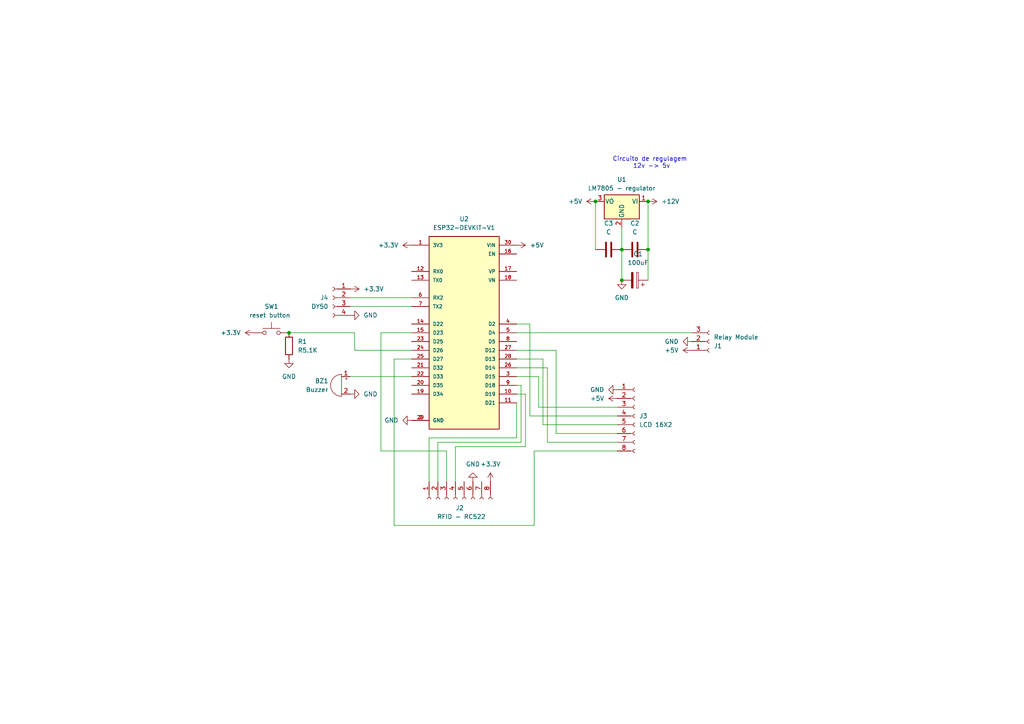
<source format=kicad_sch>
(kicad_sch (version 20231120) (generator "eeschema") (generator_version "8.0")
  (paper "A4")
  (lib_symbols
    (symbol "Conn_01x08_Socket_1" (pin_names (offset 1.016) hide)
      (property "Reference" "J3" (at 1.27 0.0001 0))
      (property "Value" " RFID - RC522" (at 1.27 -2.5399 0))
      (symbol "Conn_01x08_Socket_1_1_1"
        (arc (start 0 -9.652) (mid -0.5058 -10.16) (end 0 -10.668) (stroke (width 0.1524)))
        (arc (start 0 -7.112) (mid -0.5058 -7.62) (end 0 -8.128) (stroke (width 0.1524)))
        (arc (start 0 -4.572) (mid -0.5058 -5.08) (end 0 -5.588) (stroke (width 0.1524)))
        (arc (start 0 -2.032) (mid -0.5058 -2.54) (end 0 -3.048) (stroke (width 0.1524)))
        (polyline (pts (xy -1.27 -10.16) (xy -0.508 -10.16)) (stroke (width 0.1524)))
        (polyline (pts (xy -1.27 -7.62) (xy -0.508 -7.62)) (stroke (width 0.1524)))
        (polyline (pts (xy -1.27 -5.08) (xy -0.508 -5.08)) (stroke (width 0.1524)))
        (polyline (pts (xy -1.27 -2.54) (xy -0.508 -2.54)) (stroke (width 0.1524)))
        (polyline (pts (xy -1.27 0) (xy -0.508 0)) (stroke (width 0.1524)))
        (polyline (pts (xy -1.27 2.54) (xy -0.508 2.54)) (stroke (width 0.1524)))
        (polyline (pts (xy -1.27 5.08) (xy -0.508 5.08)) (stroke (width 0.1524)))
        (polyline (pts (xy -1.27 7.62) (xy -0.508 7.62)) (stroke (width 0.1524)))
        (arc (start 0 0.508) (mid -0.5058 0) (end 0 -0.508) (stroke (width 0.1524)))
        (arc (start 0 3.048) (mid -0.5058 2.54) (end 0 2.032) (stroke (width 0.1524)))
        (arc (start 0 5.588) (mid -0.5058 5.08) (end 0 4.572) (stroke (width 0.1524)))
        (arc (start 0 8.128) (mid -0.5058 7.62) (end 0 7.112) (stroke (width 0.1524)))
        (pin power_in line (at -5.08 7.62 0) (length 3.81) (name "VSS(GND)") (number "1"))
        (pin power_in line (at -5.08 5.08 0) (length 3.81) (name "VDD(5V)") (number "2"))
        (pin input line (at -5.08 2.54 0) (length 3.81) (name "RS") (number "3"))
        (pin input line (at -5.08 0 0) (length 3.81) (name "E") (number "4"))
        (pin input line (at -5.08 -2.54 0) (length 3.81) (name "D4") (number "5"))
        (pin input line (at -5.08 -5.08 0) (length 3.81) (name "D5") (number "6"))
        (pin input line (at -5.08 -7.62 0) (length 3.81) (name "D6") (number "7"))
        (pin input line (at -5.08 -10.16 0) (length 3.81) (name "D7") (number "8"))
      )
    )
    (symbol "Connector:Conn_01x03_Socket" (pin_names (offset 1.016) hide)
      (property "Reference" "J1" (at 1.27 1.2701 0))
      (property "Value" "Relay Module" (at 1.27 -1.2699 0))
      (symbol "Conn_01x03_Socket_1_1"
        (arc (start 0 -2.032) (mid -0.5058 -2.54) (end 0 -3.048) (stroke (width 0.1524)))
        (polyline (pts (xy -1.27 -2.54) (xy -0.508 -2.54)) (stroke (width 0.1524)))
        (polyline (pts (xy -1.27 0) (xy -0.508 0)) (stroke (width 0.1524)))
        (polyline (pts (xy -1.27 2.54) (xy -0.508 2.54)) (stroke (width 0.1524)))
        (arc (start 0 0.508) (mid -0.5058 0) (end 0 -0.508) (stroke (width 0.1524)))
        (arc (start 0 3.048) (mid -0.5058 2.54) (end 0 2.032) (stroke (width 0.1524)))
        (pin power_in line (at -5.08 2.54 0) (length 3.81) (name "5V") (number "1"))
        (pin power_in line (at -5.08 0 0) (length 3.81) (name "GND") (number "2"))
        (pin input line (at -5.08 -2.54 0) (length 3.81) (name "IN") (number "3"))
      )
    )
    (symbol "Connector:Conn_01x04_Socket" (pin_names (offset 1.016) hide)
      (property "Reference" "J4" (at 1.27 0.0001 0))
      (property "Value" "DY50" (at 1.27 -2.5399 0))
      (symbol "Conn_01x04_Socket_1_1"
        (arc (start 0 -4.572) (mid -0.5058 -5.08) (end 0 -5.588) (stroke (width 0.1524)))
        (arc (start 0 -2.032) (mid -0.5058 -2.54) (end 0 -3.048) (stroke (width 0.1524)))
        (polyline (pts (xy -1.27 -5.08) (xy -0.508 -5.08)) (stroke (width 0.1524)))
        (polyline (pts (xy -1.27 -2.54) (xy -0.508 -2.54)) (stroke (width 0.1524)))
        (polyline (pts (xy -1.27 0) (xy -0.508 0)) (stroke (width 0.1524)))
        (polyline (pts (xy -1.27 2.54) (xy -0.508 2.54)) (stroke (width 0.1524)))
        (arc (start 0 0.508) (mid -0.5058 0) (end 0 -0.508) (stroke (width 0.1524)))
        (arc (start 0 3.048) (mid -0.5058 2.54) (end 0 2.032) (stroke (width 0.1524)))
        (pin power_in line (at -5.08 2.54 0) (length 3.81) (name "3.3V") (number "1"))
        (pin input line (at -5.08 0 0) (length 3.81) (name "TX") (number "2"))
        (pin input line (at -5.08 -2.54 0) (length 3.81) (name "RX") (number "3"))
        (pin power_in line (at -5.08 -5.08 0) (length 3.81) (name "GND") (number "4"))
      )
    )
    (symbol "Connector:Conn_01x08_Socket" (pin_names (offset 1.016) hide)
      (property "Reference" "J2" (at 1.27 0.0001 0))
      (property "Value" " RFID - RC522" (at 1.27 -2.5399 0))
      (symbol "Conn_01x08_Socket_1_1"
        (arc (start 0 -9.652) (mid -0.5058 -10.16) (end 0 -10.668) (stroke (width 0.1524)))
        (arc (start 0 -7.112) (mid -0.5058 -7.62) (end 0 -8.128) (stroke (width 0.1524)))
        (arc (start 0 -4.572) (mid -0.5058 -5.08) (end 0 -5.588) (stroke (width 0.1524)))
        (arc (start 0 -2.032) (mid -0.5058 -2.54) (end 0 -3.048) (stroke (width 0.1524)))
        (polyline (pts (xy -1.27 -10.16) (xy -0.508 -10.16)) (stroke (width 0.1524)))
        (polyline (pts (xy -1.27 -7.62) (xy -0.508 -7.62)) (stroke (width 0.1524)))
        (polyline (pts (xy -1.27 -5.08) (xy -0.508 -5.08)) (stroke (width 0.1524)))
        (polyline (pts (xy -1.27 -2.54) (xy -0.508 -2.54)) (stroke (width 0.1524)))
        (polyline (pts (xy -1.27 0) (xy -0.508 0)) (stroke (width 0.1524)))
        (polyline (pts (xy -1.27 2.54) (xy -0.508 2.54)) (stroke (width 0.1524)))
        (polyline (pts (xy -1.27 5.08) (xy -0.508 5.08)) (stroke (width 0.1524)))
        (polyline (pts (xy -1.27 7.62) (xy -0.508 7.62)) (stroke (width 0.1524)))
        (arc (start 0 0.508) (mid -0.5058 0) (end 0 -0.508) (stroke (width 0.1524)))
        (arc (start 0 3.048) (mid -0.5058 2.54) (end 0 2.032) (stroke (width 0.1524)))
        (arc (start 0 5.588) (mid -0.5058 5.08) (end 0 4.572) (stroke (width 0.1524)))
        (arc (start 0 8.128) (mid -0.5058 7.62) (end 0 7.112) (stroke (width 0.1524)))
        (pin output line (at -5.08 7.62 0) (length 3.81) (name "SDA") (number "1"))
        (pin output line (at -5.08 5.08 0) (length 3.81) (name "SCK") (number "2"))
        (pin output line (at -5.08 2.54 0) (length 3.81) (name "MOSI") (number "3"))
        (pin output line (at -5.08 0 0) (length 3.81) (name "MISO") (number "4"))
        (pin output line (at -5.08 -2.54 0) (length 3.81) (name "IRQ") (number "5"))
        (pin power_in line (at -5.08 -5.08 0) (length 3.81) (name "GND") (number "6"))
        (pin passive line (at -5.08 -7.62 0) (length 3.81) (name "RST") (number "7"))
        (pin power_in line (at -5.08 -10.16 0) (length 3.81) (name "3.3V") (number "8"))
      )
    )
    (symbol "Device:Buzzer" (pin_names (offset 0.0254) hide)
      (property "Reference" "BZ" (at 3.81 1.27 0))
      (property "Value" "Buzzer" (at 3.81 -1.27 0))
      (symbol "Buzzer_0_1"
        (arc (start 0 -3.175) (mid 3.1612 0) (end 0 3.175))
        (polyline (pts (xy -1.651 1.905) (xy -1.143 1.905)))
        (polyline (pts (xy -1.397 2.159) (xy -1.397 1.651)))
        (polyline (pts (xy 0 3.175) (xy 0 -3.175)))
      )
      (symbol "Buzzer_1_1"
        (pin passive line (at -2.54 2.54 0) (length 2.54) (name "+") (number "1"))
        (pin passive line (at -2.54 -2.54 0) (length 2.54) (name "-") (number "2"))
      )
    )
    (symbol "Device:C" (pin_numbers hide) (pin_names (offset 0.254))
      (property "Reference" "C" (at 0.635 2.54 0))
      (property "Value" "C" (at 0.635 -2.54 0))
      (symbol "C_0_1"
        (polyline (pts (xy -2.032 -0.762) (xy 2.032 -0.762)) (stroke (width 0.508)))
        (polyline (pts (xy -2.032 0.762) (xy 2.032 0.762)) (stroke (width 0.508)))
      )
      (symbol "C_1_1"
        (pin passive line (at 0 3.81 270) (length 2.794) (name "~") (number "1"))
        (pin passive line (at 0 -3.81 90) (length 2.794) (name "~") (number "2"))
      )
    )
    (symbol "Device:C_Polarized" (pin_numbers hide) (pin_names (offset 0.254))
      (property "Reference" "C" (at 0.635 2.54 0))
      (property "Value" "C_Polarized" (at 0.635 -2.54 0))
      (symbol "C_Polarized_0_1"
        (rectangle (start -2.286 0.508) (end 2.286 1.016))
        (polyline (pts (xy -1.778 2.286) (xy -0.762 2.286)))
        (polyline (pts (xy -1.27 2.794) (xy -1.27 1.778)))
        (rectangle (start 2.286 -0.508) (end -2.286 -1.016) (fill (type outline)))
      )
      (symbol "C_Polarized_1_1"
        (pin passive line (at 0 3.81 270) (length 2.794) (name "~") (number "1"))
        (pin passive line (at 0 -3.81 90) (length 2.794) (name "~") (number "2"))
      )
    )
    (symbol "Device:R" (pin_numbers hide) (pin_names (offset 0))
      (property "Reference" "R" (at 2.032 0 90))
      (property "Value" "R" (at 0 0 90))
      (symbol "R_0_1"
        (rectangle (start -1.016 -2.54) (end 1.016 2.54) (stroke (width 0.254)))
      )
      (symbol "R_1_1"
        (pin passive line (at 0 3.81 270) (length 1.27) (name "~") (number "1"))
        (pin passive line (at 0 -3.81 90) (length 1.27) (name "~") (number "2"))
      )
    )
    (symbol "ESP32-DEVKIT-V1:ESP32-DEVKIT-V1" (pin_names (offset 1.016))
      (property "Reference" "U" (at -10.16 30.48 0))
      (property "Value" "ESP32-DEVKIT-V1" (at -10.16 -30.48 0))
      (symbol "ESP32-DEVKIT-V1_0_0"
        (rectangle (start -10.16 -27.94) (end 10.16 27.94) (stroke (width 0.254)) (fill (type background)))
        (pin output line (at 15.24 25.4 180) (length 5.08) (name "3V3") (number "1"))
        (pin bidirectional line (at -15.24 -17.78 0) (length 5.08) (name "D19") (number "10"))
        (pin bidirectional line (at -15.24 -20.32 0) (length 5.08) (name "D21") (number "11"))
        (pin input line (at 15.24 17.78 180) (length 5.08) (name "RX0") (number "12"))
        (pin output line (at 15.24 15.24 180) (length 5.08) (name "TX0") (number "13"))
        (pin bidirectional line (at 15.24 2.54 180) (length 5.08) (name "D22") (number "14"))
        (pin bidirectional line (at 15.24 0 180) (length 5.08) (name "D23") (number "15"))
        (pin input line (at -15.24 22.86 0) (length 5.08) (name "EN") (number "16"))
        (pin bidirectional line (at -15.24 17.78 0) (length 5.08) (name "VP") (number "17"))
        (pin bidirectional line (at -15.24 15.24 0) (length 5.08) (name "VN") (number "18"))
        (pin bidirectional line (at 15.24 -17.78 180) (length 5.08) (name "D34") (number "19"))
        (pin power_in line (at 15.24 -25.4 180) (length 5.08) (name "GND") (number "2"))
        (pin bidirectional line (at 15.24 -15.24 180) (length 5.08) (name "D35") (number "20"))
        (pin bidirectional line (at 15.24 -10.16 180) (length 5.08) (name "D32") (number "21"))
        (pin bidirectional line (at 15.24 -12.7 180) (length 5.08) (name "D33") (number "22"))
        (pin bidirectional line (at 15.24 -2.54 180) (length 5.08) (name "D25") (number "23"))
        (pin bidirectional line (at 15.24 -5.08 180) (length 5.08) (name "D26") (number "24"))
        (pin bidirectional line (at 15.24 -7.62 180) (length 5.08) (name "D27") (number "25"))
        (pin bidirectional line (at -15.24 -10.16 0) (length 5.08) (name "D14") (number "26"))
        (pin bidirectional line (at -15.24 -5.08 0) (length 5.08) (name "D12") (number "27"))
        (pin bidirectional line (at -15.24 -7.62 0) (length 5.08) (name "D13") (number "28"))
        (pin power_in line (at 15.24 -25.4 180) (length 5.08) (name "GND") (number "29"))
        (pin bidirectional line (at -15.24 -12.7 0) (length 5.08) (name "D15") (number "3"))
        (pin input line (at -15.24 25.4 0) (length 5.08) (name "VIN") (number "30"))
        (pin bidirectional line (at -15.24 2.54 0) (length 5.08) (name "D2") (number "4"))
        (pin bidirectional line (at -15.24 0 0) (length 5.08) (name "D4") (number "5"))
        (pin input line (at 15.24 10.16 180) (length 5.08) (name "RX2") (number "6"))
        (pin output line (at 15.24 7.62 180) (length 5.08) (name "TX2") (number "7"))
        (pin bidirectional line (at -15.24 -2.54 0) (length 5.08) (name "D5") (number "8"))
        (pin bidirectional line (at -15.24 -15.24 0) (length 5.08) (name "D18") (number "9"))
      )
    )
    (symbol "Regulator_Linear:LM7805_TO220" (pin_names (offset 0.254))
      (property "Reference" "U" (at -3.81 3.175 0))
      (property "Value" "LM7805_TO220" (at 0 3.175 0))
      (symbol "LM7805_TO220_0_1"
        (rectangle (start -5.08 1.905) (end 5.08 -5.08) (stroke (width 0.254)) (fill (type background)))
      )
      (symbol "LM7805_TO220_1_1"
        (pin power_in line (at -7.62 0 0) (length 2.54) (name "VI") (number "1"))
        (pin power_in line (at 0 -7.62 90) (length 2.54) (name "GND") (number "2"))
        (pin power_out line (at 7.62 0 180) (length 2.54) (name "VO") (number "3"))
      )
    )
    (symbol "Switch:SW_Push" (pin_numbers hide) (pin_names (offset 1.016) hide)
      (property "Reference" "SW" (at 1.27 2.54 0))
      (property "Value" "SW_Push" (at 0 -1.524 0))
      (symbol "SW_Push_0_1"
        (circle (center -2.032 0) (radius 0.508))
        (polyline (pts (xy 0 1.27) (xy 0 3.048)))
        (polyline (pts (xy 2.54 1.27) (xy -2.54 1.27)))
        (circle (center 2.032 0) (radius 0.508))
        (pin passive line (at -5.08 0 0) (length 2.54) (name "1") (number "1"))
        (pin passive line (at 5.08 0 180) (length 2.54) (name "2") (number "2"))
      )
    )
    (symbol "power:+12V" (power) (pin_numbers hide) (pin_names (offset 0) hide)
      (property "Value" "+12V" (at 0 3.556 0))
      (symbol "+12V_0_1"
        (polyline (pts (xy -0.762 1.27) (xy 0 2.54)))
        (polyline (pts (xy 0 0) (xy 0 2.54)))
        (polyline (pts (xy 0 2.54) (xy 0.762 1.27)))
      )
      (symbol "+12V_1_1"
        (pin power_in line (at 0 0 90) (length 0) (name "~") (number "1"))
      )
    )
    (symbol "power:+3.3V" (power) (pin_numbers hide) (pin_names (offset 0) hide)
      (property "Value" "+3.3V" (at 0 3.556 0))
      (symbol "+3.3V_0_1"
        (polyline (pts (xy -0.762 1.27) (xy 0 2.54)))
        (polyline (pts (xy 0 0) (xy 0 2.54)))
        (polyline (pts (xy 0 2.54) (xy 0.762 1.27)))
      )
      (symbol "+3.3V_1_1"
        (pin power_in line (at 0 0 90) (length 0) (name "~") (number "1"))
      )
    )
    (symbol "power:+5V" (power) (pin_numbers hide) (pin_names (offset 0) hide)
      (property "Value" "+5V" (at 0 3.556 0))
      (symbol "+5V_0_1"
        (polyline (pts (xy -0.762 1.27) (xy 0 2.54)))
        (polyline (pts (xy 0 0) (xy 0 2.54)))
        (polyline (pts (xy 0 2.54) (xy 0.762 1.27)))
      )
      (symbol "+5V_1_1"
        (pin power_in line (at 0 0 90) (length 0) (name "~") (number "1"))
      )
    )
    (symbol "power:GND" (power) (pin_numbers hide) (pin_names (offset 0) hide)
      (property "Value" "GND" (at 0 -3.81 0))
      (symbol "GND_0_1"
        (polyline (pts (xy 0 0) (xy 0 -1.27) (xy 1.27 -1.27) (xy 0 -2.54) (xy -1.27 -1.27) (xy 0 -1.27)))
      )
      (symbol "GND_1_1"
        (pin power_in line (at 0 0 270) (length 0) (name "~") (number "1"))
      )
    )
  )
  (junction (at 187.96 58.42))
  (junction (at 180.34 72.39))
  (junction (at 187.96 72.39))
  (junction (at 180.34 81.28))
  (junction (at 83.82 96.52))
  (junction (at 172.72 58.42))
  (wire (pts (xy 110.49 130.81) (xy 129.54 130.81)))
  (wire (pts (xy 187.96 72.39) (xy 187.96 81.28)))
  (wire (pts (xy 180.34 66.04) (xy 180.34 72.39)))
  (wire (pts (xy 119.38 96.52) (xy 110.49 96.52)))
  (wire (pts (xy 158.75 106.68) (xy 149.86 106.68)))
  (wire (pts (xy 114.3 104.14) (xy 119.38 104.14)))
  (wire (pts (xy 149.86 127) (xy 124.46 127)))
  (wire (pts (xy 180.34 72.39) (xy 180.34 81.28)))
  (wire (pts (xy 156.21 118.11) (xy 156.21 109.22)))
  (wire (pts (xy 153.67 93.98) (xy 149.86 93.98)))
  (wire (pts (xy 154.94 130.81) (xy 154.94 152.4)))
  (wire (pts (xy 124.46 127) (xy 124.46 139.7)))
  (wire (pts (xy 127 128.27) (xy 127 139.7)))
  (wire (pts (xy 83.82 96.52) (xy 102.87 96.52)))
  (wire (pts (xy 179.07 120.65) (xy 153.67 120.65)))
  (wire (pts (xy 161.29 125.73) (xy 161.29 101.6)))
  (wire (pts (xy 114.3 152.4) (xy 114.3 104.14)))
  (wire (pts (xy 179.07 118.11) (xy 156.21 118.11)))
  (wire (pts (xy 101.6 109.22) (xy 119.38 109.22)))
  (wire (pts (xy 101.6 88.9) (xy 119.38 88.9)))
  (wire (pts (xy 156.21 109.22) (xy 149.86 109.22)))
  (wire (pts (xy 161.29 125.73) (xy 179.07 125.73)))
  (wire (pts (xy 149.86 96.52) (xy 200.66 96.52)))
  (wire (pts (xy 102.87 96.52) (xy 102.87 101.6)))
  (wire (pts (xy 172.72 58.42) (xy 172.72 72.39)))
  (wire (pts (xy 152.4 129.54) (xy 132.08 129.54)))
  (wire (pts (xy 149.86 114.3) (xy 152.4 114.3)))
  (wire (pts (xy 110.49 96.52) (xy 110.49 130.81)))
  (wire (pts (xy 157.48 123.19) (xy 157.48 104.14)))
  (wire (pts (xy 179.07 128.27) (xy 158.75 128.27)))
  (wire (pts (xy 187.96 58.42) (xy 187.96 72.39)))
  (wire (pts (xy 149.86 116.84) (xy 149.86 127)))
  (wire (pts (xy 151.13 128.27) (xy 127 128.27)))
  (wire (pts (xy 149.86 111.76) (xy 151.13 111.76)))
  (wire (pts (xy 179.07 130.81) (xy 154.94 130.81)))
  (wire (pts (xy 157.48 104.14) (xy 149.86 104.14)))
  (wire (pts (xy 179.07 123.19) (xy 157.48 123.19)))
  (wire (pts (xy 161.29 101.6) (xy 149.86 101.6)))
  (wire (pts (xy 154.94 152.4) (xy 114.3 152.4)))
  (wire (pts (xy 151.13 111.76) (xy 151.13 128.27)))
  (wire (pts (xy 101.6 86.36) (xy 119.38 86.36)))
  (wire (pts (xy 153.67 120.65) (xy 153.67 93.98)))
  (wire (pts (xy 132.08 129.54) (xy 132.08 139.7)))
  (wire (pts (xy 102.87 101.6) (xy 119.38 101.6)))
  (wire (pts (xy 158.75 128.27) (xy 158.75 106.68)))
  (wire (pts (xy 129.54 130.81) (xy 129.54 139.7)))
  (wire (pts (xy 152.4 114.3) (xy 152.4 129.54)))
  (text "Circuito de regulagem \n12v -> 5v" (at 188.976 47.244 0) (effects (font (size 1.27 1.27))))
  (symbol (lib_id "Device:C_Polarized") (at 184.15 81.28 270) (mirror x) (unit 1)
    (property "Reference" "C1" (at 185.039 73.66 90))
    (property "Value" "100uF" (at 185.039 76.2 90))
    (property "Footprint" "Capacitor_THT:CP_Radial_D6.3mm_P2.50mm" (effects (hide yes)))
    (property "Description" "Polarized capacitor" (effects (hide yes)))
  )
  (symbol (lib_id "power:+5V") (at 149.86 71.12 270) (unit 1)
    (property "Reference" "#PWR04" (effects (hide yes)))
    (property "Value" "+5V" (at 153.67 71.1199 90) (effects (justify left)))
    (property "Description" "Power symbol creates a global label with name \"+5V\"" (effects (hide yes)))
  )
  (symbol (lib_id "Connector:Conn_01x03_Socket") (at 205.74 99.06 0) (mirror x) (unit 1)
    (property "Reference" "J1" (at 207.01 100.3301 0) (effects (justify left)))
    (property "Value" "Relay Module" (at 207.01 97.7901 0) (effects (justify left)))
    (property "Footprint" "Connector_JST:JST_XH_B3B-XH-A_1x03_P2.50mm_Vertical" (effects (hide yes)))
    (property "Description" "Generic connector, single row, 01x03, script generated" (effects (hide yes)))
  )
  (symbol (lib_id "Device:R") (at 83.82 100.33 180) (unit 1)
    (property "Reference" "R1" (at 86.36 99.0599 0) (effects (justify right)))
    (property "Value" "R5.1K" (at 86.36 101.5999 0) (effects (justify right)))
    (property "Footprint" "Resistor_THT:R_Axial_DIN0204_L3.6mm_D1.6mm_P7.62mm_Horizontal" (effects (hide yes)))
    (property "Description" "Resistor" (effects (hide yes)))
  )
  (symbol (lib_id "power:+3.3V") (at 119.38 71.12 90) (unit 1)
    (property "Reference" "#PWR012" (effects (hide yes)))
    (property "Value" "+3.3V" (at 115.57 71.1199 90) (effects (justify left)))
    (property "Description" "Power symbol creates a global label with name \"+3.3V\"" (effects (hide yes)))
  )
  (symbol (lib_id "Device:Buzzer") (at 99.06 111.76 0) (mirror y) (unit 1)
    (property "Reference" "BZ1" (at 95.25 110.4899 0) (effects (justify left)))
    (property "Value" "Buzzer" (at 95.25 113.0299 0) (effects (justify left)))
    (property "Footprint" "Buzzer_Beeper:Buzzer_12x9.5RM7.6" (effects (hide yes)))
    (property "Description" "Buzzer, polarized" (effects (hide yes)))
  )
  (symbol (lib_id "power:+3.3V") (at 101.6 83.82 270) (unit 1)
    (property "Reference" "#PWR02" (effects (hide yes)))
    (property "Value" "+3.3V" (at 105.41 83.8199 90) (effects (justify left)))
    (property "Description" "Power symbol creates a global label with name \"+3.3V\"" (effects (hide yes)))
  )
  (symbol (lib_id "power:GND") (at 83.82 104.14 0) (mirror y) (unit 1)
    (property "Reference" "#PWR014" (effects (hide yes)))
    (property "Value" "GND" (at 83.82 109.22 0))
    (property "Description" "Power symbol creates a global label with name \"GND\" , ground" (effects (hide yes)))
  )
  (symbol (lib_name "Conn_01x08_Socket_1") (lib_id "Connector:Conn_01x08_Socket") (at 184.15 120.65 0) (unit 1)
    (property "Reference" "J3" (at 185.42 120.6499 0) (effects (justify left)))
    (property "Value" "LCD 16X2" (at 185.42 123.1899 0) (effects (justify left)))
    (property "Footprint" "Connector_JST:JST_XH_B8B-XH-A_1x08_P2.50mm_Vertical" (effects (hide yes)))
    (property "Description" "Generic connector, single row, 01x08, script generated, Conn_01x08_Socket" (effects (hide yes)))
  )
  (symbol (lib_id "power:+3.3V") (at 73.66 96.52 90) (mirror x) (unit 1)
    (property "Reference" "#PWR015" (effects (hide yes)))
    (property "Value" "+3.3V" (at 69.85 96.5199 90) (effects (justify left)))
    (property "Description" "Power symbol creates a global label with name \"+3.3V\"" (effects (hide yes)))
  )
  (symbol (lib_id "Connector:Conn_01x04_Socket") (at 96.52 86.36 0) (mirror y) (unit 1)
    (property "Reference" "J4" (at 95.25 86.3599 0) (effects (justify left)))
    (property "Value" "DY50" (at 95.25 88.8999 0) (effects (justify left)))
    (property "Footprint" "Connector_JST:JST_XH_B4B-XH-A_1x04_P2.50mm_Vertical" (effects (hide yes)))
    (property "Description" "Generic connector, single row, 01x04, script generated" (effects (hide yes)))
  )
  (symbol (lib_id "Device:C") (at 176.53 72.39 90) (mirror x) (unit 1)
    (property "Reference" "C3" (at 176.53 64.77 90))
    (property "Value" "C" (at 176.53 67.31 90))
    (property "Footprint" "Capacitor_THT:C_Radial_D6.3mm_H7.0mm_P2.50mm" (effects (hide yes)))
    (property "Description" "Unpolarized capacitor" (effects (hide yes)))
  )
  (symbol (lib_id "power:+3.3V") (at 142.24 139.7 0) (unit 1)
    (property "Reference" "#PWR011" (effects (hide yes)))
    (property "Value" "+3.3V" (at 142.24 134.62 0))
    (property "Description" "Power symbol creates a global label with name \"+3.3V\"" (effects (hide yes)))
  )
  (symbol (lib_id "power:+12V") (at 187.96 58.42 270) (unit 1)
    (property "Reference" "#PWR05" (effects (hide yes)))
    (property "Value" "+12V" (at 191.77 58.4199 90) (effects (justify left)))
    (property "Description" "Power symbol creates a global label with name \"+12V\"" (effects (hide yes)))
  )
  (symbol (lib_id "power:+5V") (at 200.66 101.6 90) (unit 1)
    (property "Reference" "#PWR07" (effects (hide yes)))
    (property "Value" "+5V" (at 196.85 101.6001 90) (effects (justify left)))
    (property "Description" "Power symbol creates a global label with name \"+5V\"" (effects (hide yes)))
  )
  (symbol (lib_id "power:+5V") (at 172.72 58.42 90) (unit 1)
    (property "Reference" "#PWR03" (effects (hide yes)))
    (property "Value" "+5V" (at 168.91 58.4199 90) (effects (justify left)))
    (property "Description" "Power symbol creates a global label with name \"+5V\"" (effects (hide yes)))
  )
  (symbol (lib_id "power:GND") (at 200.66 99.06 270) (unit 1)
    (property "Reference" "#PWR08" (effects (hide yes)))
    (property "Value" "GND" (at 196.85 99.0601 90) (effects (justify right)))
    (property "Description" "Power symbol creates a global label with name \"GND\" , ground" (effects (hide yes)))
  )
  (symbol (lib_id "power:GND") (at 137.16 139.7 180) (unit 1)
    (property "Reference" "#PWR010" (effects (hide yes)))
    (property "Value" "GND" (at 137.16 134.62 0))
    (property "Description" "Power symbol creates a global label with name \"GND\" , ground" (effects (hide yes)))
  )
  (symbol (lib_id "power:+5V") (at 179.07 115.57 90) (unit 1)
    (property "Reference" "#PWR017" (effects (hide yes)))
    (property "Value" "+5V" (at 175.26 115.5699 90) (effects (justify left)))
    (property "Description" "Power symbol creates a global label with name \"+5V\"" (effects (hide yes)))
  )
  (symbol (lib_id "power:GND") (at 180.34 81.28 0) (unit 1)
    (property "Reference" "#PWR06" (effects (hide yes)))
    (property "Value" "GND" (at 180.34 86.36 0))
    (property "Description" "Power symbol creates a global label with name \"GND\" , ground" (effects (hide yes)))
  )
  (symbol (lib_id "Connector:Conn_01x08_Socket") (at 132.08 144.78 90) (mirror x) (unit 1)
    (property "Reference" "J2" (at 133.35 147.32 90))
    (property "Value" " RFID - RC522" (at 133.35 149.86 90))
    (property "Footprint" "Connector_JST:JST_XH_B8B-XH-A_1x08_P2.50mm_Vertical" (effects (hide yes)))
    (property "Description" "Generic connector, single row, 01x08, script generated, Conn_01x08_Socket" (effects (hide yes)))
  )
  (symbol (lib_id "power:GND") (at 101.6 114.3 90) (unit 1)
    (property "Reference" "#PWR013" (effects (hide yes)))
    (property "Value" "GND" (at 105.41 114.2999 90) (effects (justify right)))
    (property "Description" "Power symbol creates a global label with name \"GND\" , ground" (effects (hide yes)))
  )
  (symbol (lib_id "power:GND") (at 101.6 91.44 90) (unit 1)
    (property "Reference" "#PWR01" (effects (hide yes)))
    (property "Value" "GND" (at 105.41 91.4399 90) (effects (justify right)))
    (property "Description" "Power symbol creates a global label with name \"GND\" , ground" (effects (hide yes)))
  )
  (symbol (lib_id "ESP32-DEVKIT-V1:ESP32-DEVKIT-V1") (at 134.62 96.52 0) (mirror y) (unit 1)
    (property "Reference" "U2" (at 134.62 63.5 0))
    (property "Value" "ESP32-DEVKIT-V1" (at 134.62 66.04 0))
    (property "Footprint" "ESP32-DEVKIT-V1:MODULE_ESP32_DEVKIT_V1" (effects (hide yes)))
    (property "MF" "Do it" (effects (hide yes)))
    (property "MAXIMUM_PACKAGE_HEIGHT" "6.8 mm" (effects (hide yes)))
    (property "Package" "None" (effects (hide yes)))
    (property "Price" "None" (effects (hide yes)))
    (property "Check_prices" "https://www.snapeda.com/parts/ESP32-DEVKIT-V1/Do+it/view-part/?ref=eda" (effects (hide yes)))
    (property "STANDARD" "Manufacturer Recommendations" (effects (hide yes)))
    (property "PARTREV" "N/A" (effects (hide yes)))
    (property "SnapEDA_Link" "https://www.snapeda.com/parts/ESP32-DEVKIT-V1/Do+it/view-part/?ref=snap" (effects (hide yes)))
    (property "MP" "ESP32-DEVKIT-V1" (effects (hide yes)))
    (property "Description_1" "\nDual core, Wi-Fi: 2.4 GHz up to 150 Mbits/s,BLE (Bluetooth Low Energy) and legacy Bluetooth, 32 bits, Up to 240 MHz\n" (effects (hide yes)))
    (property "Availability" "Not in stock" (effects (hide yes)))
    (property "MANUFACTURER" "DOIT" (effects (hide yes)))
  )
  (symbol (lib_id "Regulator_Linear:LM7805_TO220") (at 180.34 58.42 0) (mirror y) (unit 1)
    (property "Reference" "U1" (at 180.34 52.07 0))
    (property "Value" "LM7805 - regulator" (at 180.34 54.61 0))
    (property "Footprint" "Package_TO_SOT_THT:TO-220-3_Vertical" (effects (hide yes)))
    (property "Datasheet" "https://www.onsemi.cn/PowerSolutions/document/MC7800-D.PDF" (effects (hide yes)))
    (property "Description" "Positive 1A 35V Linear Regulator, Fixed Output 5V, TO-220" (effects (hide yes)))
  )
  (symbol (lib_id "power:GND") (at 119.38 121.92 270) (unit 1)
    (property "Reference" "#PWR09" (effects (hide yes)))
    (property "Value" "GND" (at 115.57 121.9201 90) (effects (justify right)))
    (property "Description" "Power symbol creates a global label with name \"GND\" , ground" (effects (hide yes)))
  )
  (symbol (lib_id "Device:C") (at 184.15 72.39 90) (mirror x) (unit 1)
    (property "Reference" "C2" (at 184.15 64.77 90))
    (property "Value" "C" (at 184.15 67.31 90))
    (property "Footprint" "Capacitor_THT:C_Radial_D6.3mm_H7.0mm_P2.50mm" (effects (hide yes)))
    (property "Description" "Unpolarized capacitor" (effects (hide yes)))
  )
  (symbol (lib_id "Switch:SW_Push") (at 78.74 96.52 0) (unit 1)
    (property "Reference" "SW1" (at 78.74 88.9 0))
    (property "Value" "reset button " (at 78.74 91.44 0))
    (property "Footprint" "Button_Switch_THT:SW_PUSH_6mm_H4.3mm" (effects (hide yes)))
    (property "Description" "Push button switch, generic, two pins, SW_Push" (effects (hide yes)))
  )
  (symbol (lib_id "power:GND") (at 179.07 113.03 270) (unit 1)
    (property "Reference" "#PWR016" (effects (hide yes)))
    (property "Value" "GND" (at 175.26 113.0301 90) (effects (justify right)))
    (property "Description" "Power symbol creates a global label with name \"GND\" , ground" (effects (hide yes)))
  )
)
</source>
